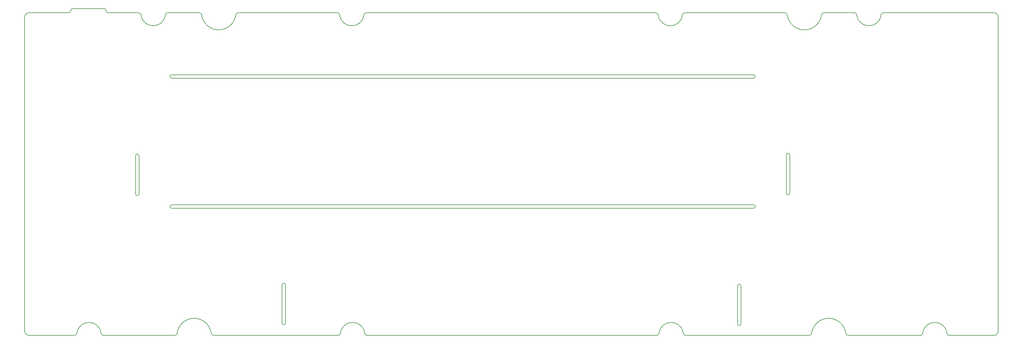
<source format=gbr>
G04 #@! TF.GenerationSoftware,KiCad,Pcbnew,(5.1.8-0-10_14)*
G04 #@! TF.CreationDate,2021-02-08T17:11:09+00:00*
G04 #@! TF.ProjectId,ccd60,63636436-302e-46b6-9963-61645f706362,rev?*
G04 #@! TF.SameCoordinates,Original*
G04 #@! TF.FileFunction,Profile,NP*
%FSLAX46Y46*%
G04 Gerber Fmt 4.6, Leading zero omitted, Abs format (unit mm)*
G04 Created by KiCad (PCBNEW (5.1.8-0-10_14)) date 2021-02-08 17:11:09*
%MOMM*%
%LPD*%
G01*
G04 APERTURE LIST*
G04 #@! TA.AperFunction,Profile*
%ADD10C,0.200000*%
G04 #@! TD*
G04 #@! TA.AperFunction,Profile*
%ADD11C,0.150000*%
G04 #@! TD*
G04 APERTURE END LIST*
D10*
X97741030Y-93177370D02*
X106627270Y-93181030D01*
X97241030Y-92477370D02*
G75*
G03*
X96741030Y-91977370I-500000J0D01*
G01*
X97241030Y-92677370D02*
G75*
G03*
X97741030Y-93177370I500000J0D01*
G01*
X97241030Y-92677370D02*
X97241030Y-92477370D01*
X86887000Y-92481030D02*
X86887000Y-92681030D01*
X86887000Y-92481030D02*
G75*
G02*
X87387000Y-91981030I500000J0D01*
G01*
X86887000Y-92681030D02*
G75*
G02*
X86387000Y-93181030I-500000J0D01*
G01*
X335418270Y-187796330D02*
X314503663Y-187795935D01*
X307399870Y-93181025D02*
X316125270Y-93181030D01*
X135955858Y-93180987D02*
X164751270Y-93181030D01*
X324925270Y-93181030D02*
X357123369Y-93181111D01*
X357123369Y-93181111D02*
G75*
G02*
X358393389Y-94451115I-99J-1270119D01*
G01*
X115427270Y-93181030D02*
X124450870Y-93181026D01*
X87820270Y-187796330D02*
X74675278Y-187796420D01*
X74675278Y-187796420D02*
G75*
G02*
X73405280Y-186526418I92J1270090D01*
G01*
X73405280Y-186526418D02*
X73405270Y-94451042D01*
X173550000Y-93181030D02*
X258001269Y-93181030D01*
X74675265Y-93181030D02*
X86387000Y-93181030D01*
X266801270Y-93181030D02*
X295900870Y-93181026D01*
X358393379Y-186526437D02*
G75*
G02*
X357123356Y-187796439I-1270109J107D01*
G01*
X357123356Y-187796439D02*
X344218270Y-187796330D01*
X258244269Y-187796330D02*
X173794270Y-187796331D01*
X164994270Y-187796330D02*
X128765663Y-187795935D01*
X303004669Y-187795934D02*
X267044270Y-187796330D01*
X117266669Y-187795934D02*
X96620270Y-187796331D01*
X358393389Y-94451115D02*
X358393379Y-186526437D01*
X73405270Y-94451042D02*
G75*
G02*
X74675265Y-93181030I1270100J-88D01*
G01*
X124450870Y-93181026D02*
G75*
G02*
X125221874Y-93953230I-600J-771604D01*
G01*
X135184632Y-93913734D02*
G75*
G02*
X135955858Y-93180987I770626J-38858D01*
G01*
X135184632Y-93913734D02*
G75*
G02*
X125221874Y-93953230I-4984362J732704D01*
G01*
X295900870Y-93181026D02*
G75*
G02*
X296671874Y-93953230I-600J-771604D01*
G01*
X306627665Y-93953115D02*
G75*
G02*
X307399870Y-93181025I771605J485D01*
G01*
X306628660Y-93953270D02*
G75*
G02*
X296671874Y-93953230I-4978390J776240D01*
G01*
X314503663Y-187795935D02*
G75*
G02*
X313732665Y-187023723I607J771605D01*
G01*
X303776874Y-187024931D02*
G75*
G02*
X303004669Y-187795934I-771604J601D01*
G01*
X303775715Y-187024751D02*
G75*
G02*
X313732665Y-187023723I4978555J-771579D01*
G01*
X128765663Y-187795935D02*
G75*
G02*
X127994665Y-187023723I607J771605D01*
G01*
X118038874Y-187024931D02*
G75*
G02*
X117266669Y-187795934I-771604J601D01*
G01*
X118037715Y-187024751D02*
G75*
G02*
X127994665Y-187023723I4978555J-771579D01*
G01*
X165894270Y-186896330D02*
G75*
G02*
X164994270Y-187796330I-900000J0D01*
G01*
X165894271Y-186896330D02*
G75*
G02*
X172894269Y-186896330I3499999J-626000D01*
G01*
X173794270Y-187796331D02*
G75*
G02*
X172894269Y-186896330I0J900001D01*
G01*
X88720271Y-186896330D02*
G75*
G02*
X95720269Y-186896330I3499999J-626000D01*
G01*
X88720270Y-186896330D02*
G75*
G02*
X87820270Y-187796330I-900000J0D01*
G01*
X96620270Y-187796331D02*
G75*
G02*
X95720269Y-186896330I0J900001D01*
G01*
X259144270Y-186896330D02*
G75*
G02*
X266144270Y-186896330I3500000J-626000D01*
G01*
X259144269Y-186896330D02*
G75*
G02*
X258244269Y-187796330I-900000J0D01*
G01*
X267044270Y-187796330D02*
G75*
G02*
X266144270Y-186896330I0J900000D01*
G01*
X336318270Y-186896330D02*
G75*
G02*
X343318270Y-186896330I3500000J-626000D01*
G01*
X336318270Y-186896330D02*
G75*
G02*
X335418270Y-187796330I-900000J0D01*
G01*
X344218270Y-187796330D02*
G75*
G02*
X343318270Y-186896330I0J900000D01*
G01*
X324025270Y-94081030D02*
G75*
G02*
X317025270Y-94081030I-3500000J626600D01*
G01*
X324025270Y-94081030D02*
G75*
G02*
X324925270Y-93181030I900000J0D01*
G01*
X316125270Y-93181030D02*
G75*
G02*
X317025270Y-94081030I0J-900000D01*
G01*
X265901273Y-94081091D02*
G75*
G02*
X258901267Y-94081090I-3500003J626661D01*
G01*
X258001269Y-93181030D02*
G75*
G02*
X258901269Y-94081030I0J-900000D01*
G01*
X265901270Y-94081030D02*
G75*
G02*
X266801270Y-93181030I900000J0D01*
G01*
X172651270Y-94081030D02*
G75*
G02*
X165651270Y-94081030I-3500000J626600D01*
G01*
X172651270Y-94081030D02*
G75*
G02*
X173551270Y-93181030I900000J0D01*
G01*
X164751270Y-93181030D02*
G75*
G02*
X165651270Y-94081030I0J-900000D01*
G01*
X114527270Y-94081030D02*
G75*
G02*
X107527270Y-94081030I-3500000J626600D01*
G01*
X114527270Y-94081030D02*
G75*
G02*
X115427270Y-93181030I900000J0D01*
G01*
X106627270Y-93181030D02*
G75*
G02*
X107527270Y-94081030I0J-900000D01*
G01*
X87387000Y-91981030D02*
X96741030Y-91977370D01*
D11*
X116433600Y-112369600D02*
G75*
G02*
X116433600Y-111353600I0J508000D01*
G01*
X286766000Y-111353600D02*
G75*
G02*
X286766000Y-112369600I0J-508000D01*
G01*
X116433600Y-111353600D02*
X286766000Y-111353600D01*
X286766000Y-112369600D02*
X116433600Y-112369600D01*
X116433600Y-150520400D02*
G75*
G02*
X116433600Y-149504400I0J508000D01*
G01*
X286766000Y-149504400D02*
G75*
G02*
X286766000Y-150520400I0J-508000D01*
G01*
X148717000Y-172974000D02*
G75*
G02*
X149733000Y-172974000I508000J0D01*
G01*
X149733000Y-184150000D02*
G75*
G02*
X148717000Y-184150000I-508000J0D01*
G01*
X148717000Y-184150000D02*
X148717000Y-172974000D01*
X149733000Y-172974000D02*
X149733000Y-184150000D01*
X282067000Y-184404000D02*
X282067000Y-173228000D01*
X283083000Y-184404000D02*
G75*
G02*
X282067000Y-184404000I-508000J0D01*
G01*
X283083000Y-173228000D02*
X283083000Y-184404000D01*
X282067000Y-173228000D02*
G75*
G02*
X283083000Y-173228000I508000J0D01*
G01*
X297370500Y-146050000D02*
G75*
G02*
X296354500Y-146050000I-508000J0D01*
G01*
X297370500Y-134874000D02*
X297370500Y-146050000D01*
X296354500Y-134874000D02*
G75*
G02*
X297370500Y-134874000I508000J0D01*
G01*
X296354500Y-146050000D02*
X296354500Y-134874000D01*
X106857800Y-146304000D02*
G75*
G02*
X105841800Y-146304000I-508000J0D01*
G01*
X105841800Y-135128000D02*
G75*
G02*
X106857800Y-135128000I508000J0D01*
G01*
X105841800Y-146304000D02*
X105841800Y-135128000D01*
X106857800Y-135128000D02*
X106857800Y-146304000D01*
X286766000Y-150520400D02*
X116433600Y-150520400D01*
X116433600Y-149504400D02*
X286766000Y-149504400D01*
M02*

</source>
